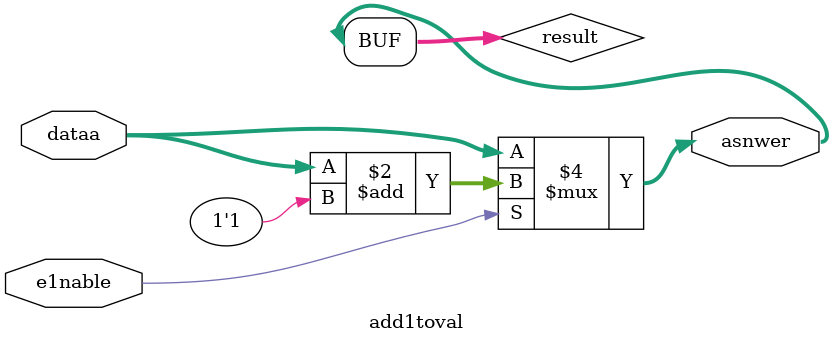
<source format=v>

module add1toval(dataa,e1nable,asnwer);
input [11:0] dataa;
input e1nable;	  // if this is 1; add; else subtract
output [11:0]asnwer;
reg [11:0] result;

	always @(*)
	begin
		if (e1nable)
			begin
			result = dataa + 1'b1;
			end
			// self
    else
      begin
      result = dataa ;

      end

	end

assign asnwer = result;
endmodule

</source>
